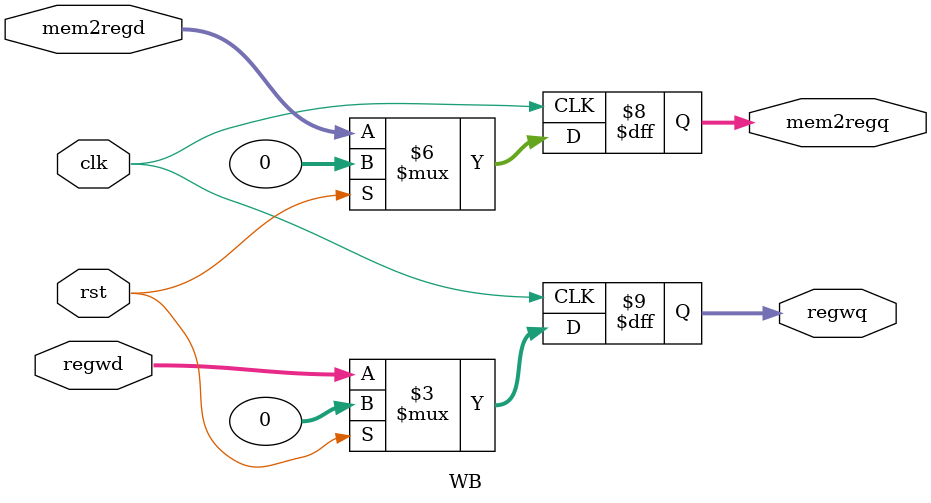
<source format=sv>
module WB (
    input  var logic        clk,
    input  var logic        rst,
    input  var logic [31:0] mem2regd,
    input  var logic [31:0] regwd,
    output var logic [31:0] mem2regq,
    output var logic [31:0] regwq
);
    always_ff @(posedge clk) begin
        if (rst)begin 
            mem2regq <= 1'b0;
            regwq    <= 1'b0;
        end
        else begin
            mem2regq <= mem2regd;
            regwq    <= regwd;
        end
    end
endmodule
</source>
